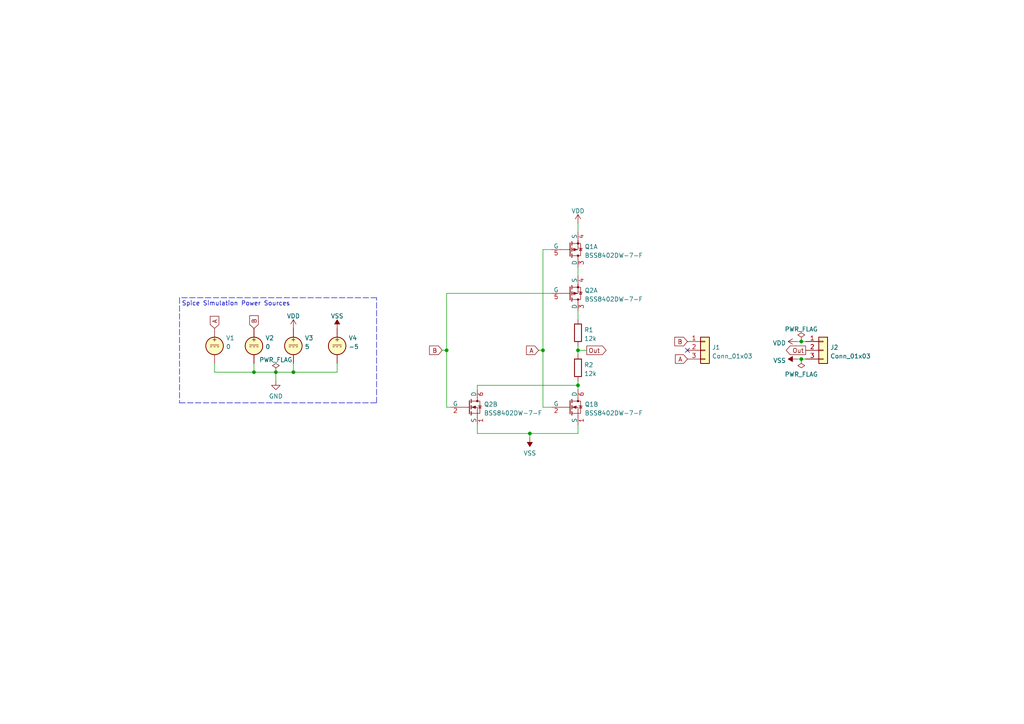
<source format=kicad_sch>
(kicad_sch (version 20250114) (generator "eeschema") (generator_version "9.0")
  (paper "A4")
  (title_block (title "Balanced Ternary Antimax Gate") (date "2022-08-05") (rev "0"))
  (lib_symbols
    (symbol "Connector_Generic:Conn_01x03" (pin_names (offset 1.016) (hide yes))
      (property "Reference" "J" (at 0 5.08 0))
      (property "Value" "Conn_01x03" (at 0 -5.08 0))
      (symbol "Conn_01x03_1_1"
        (rectangle (start -1.27 3.81) (end 1.27 -3.81) (stroke (width 0.254)) (fill (type background)))
        (rectangle (start -1.27 2.667) (end 0 2.413) (stroke (width 0.1524)))
        (rectangle (start -1.27 0.127) (end 0 -0.127) (stroke (width 0.1524)))
        (rectangle (start -1.27 -2.413) (end 0 -2.667) (stroke (width 0.1524)))
        (pin passive line (at -5.08 2.54 0) (length 3.81) (name "Pin_1") (number "1"))
        (pin passive line (at -5.08 0 0) (length 3.81) (name "Pin_2") (number "2"))
        (pin passive line (at -5.08 -2.54 0) (length 3.81) (name "Pin_3") (number "3"))
      )
    )
    (symbol "Device:R" (pin_numbers (hide yes)) (pin_names (offset 0))
      (property "Reference" "R" (at 2.032 0 90))
      (property "Value" "R" (at 0 0 90))
      (symbol "R_0_1"
        (rectangle (start -1.016 -2.54) (end 1.016 2.54) (stroke (width 0.254)))
      )
      (symbol "R_1_1"
        (pin passive line (at 0 3.81 270) (length 1.27) (name "~") (number "1"))
        (pin passive line (at 0 -3.81 90) (length 1.27) (name "~") (number "2"))
      )
    )
    (symbol "Simulation_SPICE:VDC" (pin_numbers (hide yes)) (pin_names (offset 0.0254))
      (property "Reference" "V" (at 2.54 2.54 0))
      (property "Value" "VDC" (at 2.54 0 0))
      (property "Spice_Model" "dc(1)" (at 2.54 -2.54 0))
      (symbol "VDC_0_0"
        (polyline (pts (xy -1.27 0.254) (xy 1.27 0.254)))
        (polyline (pts (xy -0.762 -0.254) (xy -1.27 -0.254)))
        (polyline (pts (xy 0.254 -0.254) (xy -0.254 -0.254)))
        (polyline (pts (xy 1.27 -0.254) (xy 0.762 -0.254)))
        (text "+" (at 0 1.905 0) (effects (font (size 1.27 1.27))))
      )
      (symbol "VDC_0_1"
        (circle (center 0 0) (radius 2.54) (stroke (width 0.254)) (fill (type background)))
      )
      (symbol "VDC_1_1"
        (pin passive line (at 0 5.08 270) (length 2.54) (name "~") (number "1"))
        (pin passive line (at 0 -5.08 90) (length 2.54) (name "~") (number "2"))
      )
    )
    (symbol "Tritium:BSS8402DW-7-F" (pin_names (offset 0))
      (property "Reference" "Q" (at 2.54 1.27 0))
      (property "Value" "BSS8402DW-7-F" (at 2.54 -1.27 0))
      (symbol "BSS8402DW-7-F_0_1"
        (polyline (pts (xy -2.286 0) (xy -5.08 0)))
        (polyline (pts (xy -2.286 -1.905) (xy -2.286 1.905)) (stroke (width 0.254)))
        (polyline (pts (xy -1.778 1.27) (xy -1.778 2.286)) (stroke (width 0.254)))
        (polyline (pts (xy -1.778 -0.508) (xy -1.778 0.508)) (stroke (width 0.254)))
        (polyline (pts (xy -1.778 -1.778) (xy 0.762 -1.778) (xy 0.762 1.778) (xy -1.778 1.778)))
        (polyline (pts (xy -1.778 -2.286) (xy -1.778 -1.27)) (stroke (width 0.254)))
        (polyline (pts (xy 0 2.54) (xy 0 1.778)))
        (circle (center 0 1.778) (radius 0.254) (fill (type outline)))
        (polyline (pts (xy 0.254 0.508) (xy 0.381 0.381) (xy 1.143 0.381) (xy 1.27 0.254)))
        (polyline (pts (xy 0.762 0.381) (xy 0.381 -0.254) (xy 1.143 -0.254) (xy 0.762 0.381)))
      )
      (symbol "BSS8402DW-7-F_1_1"
        (polyline (pts (xy -0.254 0) (xy -1.27 -0.381) (xy -1.27 0.381) (xy -0.254 0)) (fill (type outline)))
        (polyline (pts (xy 0 2.54) (xy 0 0) (xy -1.778 0)))
        (circle (center 0 -1.778) (radius 0.254) (fill (type outline)))
        (polyline (pts (xy 0 -2.54) (xy 0 -1.778)))
        (pin input line (at -7.62 0 0) (length 2.54) (name "G") (number "5"))
        (pin passive line (at 0 5.08 270) (length 2.54) (name "S") (number "4"))
        (pin passive line (at 0 -5.08 90) (length 2.54) (name "D") (number "3"))
      )
      (symbol "BSS8402DW-7-F_2_1"
        (polyline (pts (xy -1.524 0) (xy -0.508 0.381) (xy -0.508 -0.381) (xy -1.524 0)) (fill (type outline)))
        (polyline (pts (xy 0 -2.54) (xy 0 0) (xy -1.778 0)))
        (pin input line (at -7.62 0 0) (length 2.54) (name "G") (number "2"))
        (pin passive line (at 0 5.08 270) (length 2.54) (name "D") (number "6"))
        (pin passive line (at 0 -5.08 90) (length 2.54) (name "S") (number "1"))
      )
    )
    (symbol "power:GND" (power) (pin_names (offset 0))
      (property "Value" "GND" (at 0 -3.81 0))
      (symbol "GND_0_1"
        (polyline (pts (xy 0 0) (xy 0 -1.27) (xy 1.27 -1.27) (xy 0 -2.54) (xy -1.27 -1.27) (xy 0 -1.27)))
      )
      (symbol "GND_1_1"
        (pin power_in line (at 0 0 270) (length 0) (hide yes) (name "GND") (number "1"))
      )
    )
    (symbol "power:PWR_FLAG" (power) (pin_numbers (hide yes)) (pin_names (offset 0) (hide yes))
      (property "Value" "PWR_FLAG" (at 0 3.81 0))
      (symbol "PWR_FLAG_0_0"
        (pin power_out line (at 0 0 90) (length 0) (name "pwr") (number "1"))
      )
      (symbol "PWR_FLAG_0_1"
        (polyline (pts (xy 0 0) (xy 0 1.27) (xy -1.016 1.905) (xy 0 2.54) (xy 1.016 1.905) (xy 0 1.27)))
      )
    )
    (symbol "power:VDD" (power) (pin_names (offset 0))
      (property "Value" "VDD" (at 0 3.81 0))
      (symbol "VDD_0_1"
        (polyline (pts (xy -0.762 1.27) (xy 0 2.54)))
        (polyline (pts (xy 0 2.54) (xy 0.762 1.27)))
        (polyline (pts (xy 0 0) (xy 0 2.54)))
      )
      (symbol "VDD_1_1"
        (pin power_in line (at 0 0 90) (length 0) (hide yes) (name "VDD") (number "1"))
      )
    )
    (symbol "power:VSS" (power) (pin_names (offset 0))
      (property "Value" "VSS" (at 0 3.81 0))
      (symbol "VSS_0_1"
        (polyline (pts (xy 0 0) (xy 0 2.54)))
        (polyline (pts (xy 0.762 1.27) (xy -0.762 1.27) (xy 0 2.54) (xy 0.762 1.27)) (fill (type outline)))
      )
      (symbol "VSS_1_1"
        (pin power_in line (at 0 0 90) (length 0) (hide yes) (name "VSS") (number "1"))
      )
    )
  )
  (text "Spice Simulation Power Sources" (at 52.705 88.9 0) (effects (font (size 1.27 1.27)) (justify left bottom)))
  (junction (at 153.67 125.73))
  (junction (at 167.64 111.76))
  (junction (at 129.54 101.6))
  (junction (at 80.01 107.95))
  (junction (at 167.64 101.6))
  (junction (at 73.66 107.95))
  (junction (at 157.48 101.6))
  (junction (at 85.09 107.95))
  (junction (at 232.41 104.14))
  (junction (at 232.41 99.06))
  (no_connect (at 199.39 101.6))
  (wire (pts (xy 157.48 118.11) (xy 157.48 101.6)))
  (wire (pts (xy 231.14 99.06) (xy 232.41 99.06)))
  (wire (pts (xy 85.09 105.41) (xy 85.09 107.95)))
  (wire (pts (xy 232.41 104.14) (xy 233.68 104.14)))
  (wire (pts (xy 80.01 107.95) (xy 80.01 110.49)))
  (wire (pts (xy 153.67 125.73) (xy 167.64 125.73)))
  (wire (pts (xy 231.14 104.14) (xy 232.41 104.14)))
  (wire (pts (xy 167.64 125.73) (xy 167.64 123.19)))
  (wire (pts (xy 73.66 105.41) (xy 73.66 107.95)))
  (wire (pts (xy 167.64 90.17) (xy 167.64 92.71)))
  (polyline (pts (xy 52.07 86.36) (xy 52.07 116.84)) (stroke (width 0) (type dash)))
  (wire (pts (xy 138.43 111.76) (xy 167.64 111.76)))
  (wire (pts (xy 167.64 111.76) (xy 167.64 113.03)))
  (polyline (pts (xy 109.22 86.36) (xy 52.07 86.36)) (stroke (width 0) (type dash)))
  (wire (pts (xy 97.79 107.95) (xy 97.79 105.41)))
  (polyline (pts (xy 52.07 116.84) (xy 80.01 116.84)) (stroke (width 0) (type dash)))
  (wire (pts (xy 80.01 107.95) (xy 85.09 107.95)))
  (wire (pts (xy 167.64 101.6) (xy 170.18 101.6)))
  (wire (pts (xy 156.21 101.6) (xy 157.48 101.6)))
  (wire (pts (xy 167.64 77.47) (xy 167.64 80.01)))
  (polyline (pts (xy 80.01 116.84) (xy 109.22 116.84)) (stroke (width 0) (type dash)))
  (wire (pts (xy 138.43 113.03) (xy 138.43 111.76)))
  (wire (pts (xy 167.64 111.76) (xy 167.64 110.49)))
  (wire (pts (xy 160.02 85.09) (xy 129.54 85.09)))
  (wire (pts (xy 138.43 123.19) (xy 138.43 125.73)))
  (wire (pts (xy 157.48 101.6) (xy 157.48 72.39)))
  (wire (pts (xy 138.43 125.73) (xy 153.67 125.73)))
  (wire (pts (xy 167.64 100.33) (xy 167.64 101.6)))
  (wire (pts (xy 73.66 107.95) (xy 80.01 107.95)))
  (wire (pts (xy 129.54 85.09) (xy 129.54 101.6)))
  (wire (pts (xy 153.67 125.73) (xy 153.67 127)))
  (wire (pts (xy 232.41 99.06) (xy 233.68 99.06)))
  (wire (pts (xy 167.64 101.6) (xy 167.64 102.87)))
  (wire (pts (xy 85.09 107.95) (xy 97.79 107.95)))
  (wire (pts (xy 129.54 118.11) (xy 130.81 118.11)))
  (wire (pts (xy 62.23 105.41) (xy 62.23 107.95)))
  (polyline (pts (xy 109.22 116.84) (xy 109.22 86.36)) (stroke (width 0) (type dash)))
  (wire (pts (xy 129.54 101.6) (xy 129.54 118.11)))
  (wire (pts (xy 157.48 72.39) (xy 160.02 72.39)))
  (wire (pts (xy 167.64 64.77) (xy 167.64 67.31)))
  (wire (pts (xy 160.02 118.11) (xy 157.48 118.11)))
  (wire (pts (xy 62.23 107.95) (xy 73.66 107.95)))
  (wire (pts (xy 128.27 101.6) (xy 129.54 101.6)))
  (global_label "A" (shape input) (at 199.39 104.14 180) (property "Intersheetrefs" "${INTERSHEET_REFS}" (effects (hide yes))))
  (global_label "B" (shape input) (at 199.39 99.06 180) (property "Intersheetrefs" "${INTERSHEET_REFS}" (effects (hide yes))))
  (global_label "A" (shape input) (at 156.21 101.6 180) (property "Intersheetrefs" "${INTERSHEET_REFS}" (effects (hide yes))))
  (global_label "Out" (shape output) (at 170.18 101.6 0) (property "Intersheetrefs" "${INTERSHEET_REFS}" (effects (hide yes))))
  (global_label "B" (shape input) (at 128.27 101.6 180) (property "Intersheetrefs" "${INTERSHEET_REFS}" (effects (hide yes))))
  (global_label "Out" (shape output) (at 233.68 101.6 180) (property "Intersheetrefs" "${INTERSHEET_REFS}" (effects (hide yes))))
  (global_label "A" (shape input) (at 62.23 95.25 90) (property "Intersheetrefs" "${INTERSHEET_REFS}" (effects (hide yes))))
  (global_label "B" (shape input) (at 73.66 95.25 90) (property "Intersheetrefs" "${INTERSHEET_REFS}" (effects (hide yes))))
  (symbol (lib_id "power:VDD") (at 231.14 99.06 90) (unit 1)
    (property "Reference" "#PWR06" (effects (hide yes)))
    (property "Value" "VDD" (at 227.965 99.4938 90) (effects (justify left)))
  )
  (symbol (lib_id "Simulation_SPICE:VDC") (at 97.79 100.33 0) (unit 1)
    (property "Reference" "V4" (at 101.092 98.0371 0) (effects (justify left)))
    (property "Value" "-5" (at 101.092 100.574 0) (effects (justify left)))
    (property "Sim.Device" "V" (effects (hide yes)))
    (property "Sim.Type" "DC" (effects (hide yes)))
    (property "Sim.Pins" "1=+ 2=-" (effects (hide yes)))
  )
  (symbol (lib_id "Simulation_SPICE:VDC") (at 73.66 100.33 0) (unit 1)
    (property "Reference" "V2" (at 76.962 98.0371 0) (effects (justify left)))
    (property "Value" "0" (at 76.962 100.574 0) (effects (justify left)))
    (property "Sim.Device" "V" (effects (hide yes)))
    (property "Sim.Type" "DC" (effects (hide yes)))
    (property "Sim.Pins" "1=+ 2=-" (effects (hide yes)))
  )
  (symbol (lib_id "Device:R") (at 167.64 96.52 0) (unit 1)
    (property "Reference" "R1" (at 169.418 95.6853 0) (effects (justify left)))
    (property "Value" "12k" (at 169.418 98.2222 0) (effects (justify left)))
    (property "Footprint" "Resistor_SMD:R_0603_1608Metric_Pad0.98x0.95mm_HandSolder" (effects (hide yes)))
  )
  (symbol (lib_id "Device:R") (at 167.64 106.68 0) (unit 1)
    (property "Reference" "R2" (at 169.418 105.8453 0) (effects (justify left)))
    (property "Value" "12k" (at 169.418 108.3822 0) (effects (justify left)))
    (property "Footprint" "Resistor_SMD:R_0603_1608Metric_Pad0.98x0.95mm_HandSolder" (effects (hide yes)))
  )
  (symbol (lib_id "power:PWR_FLAG") (at 232.41 99.06 0) (unit 1)
    (property "Reference" "#FLG02" (effects (hide yes)))
    (property "Value" "PWR_FLAG" (at 232.41 95.4842 0))
  )
  (symbol (lib_id "Tritium:BSS8402DW-7-F") (at 167.64 72.39 0) (unit 1)
    (property "Reference" "Q1" (at 169.545 71.5553 0) (effects (justify left)))
    (property "Value" "BSS8402DW-7-F" (at 169.545 74.0922 0) (effects (justify left)))
    (property "Footprint" "Package_TO_SOT_SMD:SOT-363_SC-70-6_Handsoldering" (effects (hide yes)))
    (property "Datasheet" "https://www.diodes.com/assets/Datasheets/ds30380.pdf" (effects (hide yes)))
    (property "Sim.Device" "SPICE" (effects (hide yes)))
    (property "Sim.Params" "type=\"X\" model=\"BSS8402DW\" lib=\"/lab/dev/tritium/library/TritiumSpice.lib\"" (effects (hide yes)))
    (property "Sim.Pins" "3=1 4=2 5=3" (effects (hide yes)))
  )
  (symbol (lib_id "Tritium:BSS8402DW-7-F") (at 167.64 85.09 0) (unit 1)
    (property "Reference" "Q2" (at 169.545 84.2553 0) (effects (justify left)))
    (property "Value" "BSS8402DW-7-F" (at 169.545 86.7922 0) (effects (justify left)))
    (property "Footprint" "Package_TO_SOT_SMD:SOT-363_SC-70-6_Handsoldering" (effects (hide yes)))
    (property "Datasheet" "https://www.diodes.com/assets/Datasheets/ds30380.pdf" (effects (hide yes)))
    (property "Sim.Device" "SPICE" (effects (hide yes)))
    (property "Sim.Params" "type=\"X\" model=\"BSS8402DW\" lib=\"/lab/dev/tritium/library/TritiumSpice.lib\"" (effects (hide yes)))
    (property "Sim.Pins" "3=1 4=2 5=3" (effects (hide yes)))
  )
  (symbol (lib_id "Connector_Generic:Conn_01x03") (at 204.47 101.6 0) (unit 1) (exclude_from_sim yes)
    (property "Reference" "J1" (at 206.502 100.7653 0) (effects (justify left)))
    (property "Value" "Conn_01x03" (at 206.502 103.3022 0) (effects (justify left)))
    (property "Footprint" "Tritium:PinHeader_1x03_P2.54mm_Vertical_NoSilkscreen" (effects (hide yes)))
    (property "Sim.Device" "SPICE" (effects (hide yes)))
    (property "Sim.Params" "type=\"J\" model=\"Conn_01x03\" lib=\"\"" (effects (hide yes)))
    (property "Sim.Pins" "1=1 2=2 3=3" (effects (hide yes)))
  )
  (symbol (lib_id "Connector_Generic:Conn_01x03") (at 238.76 101.6 0) (unit 1) (exclude_from_sim yes)
    (property "Reference" "J2" (at 240.792 100.7653 0) (effects (justify left)))
    (property "Value" "Conn_01x03" (at 240.792 103.3022 0) (effects (justify left)))
    (property "Footprint" "Tritium:PinHeader_1x03_P2.54mm_Vertical_NoSilkscreen" (effects (hide yes)))
    (property "Sim.Device" "SPICE" (effects (hide yes)))
    (property "Sim.Params" "type=\"J\" model=\"Conn_01x03\" lib=\"\"" (effects (hide yes)))
    (property "Sim.Pins" "1=1 2=2 3=3" (effects (hide yes)))
  )
  (symbol (lib_id "power:GND") (at 80.01 110.49 0) (unit 1)
    (property "Reference" "#PWR01" (effects (hide yes)))
    (property "Value" "GND" (at 80.01 114.9334 0))
  )
  (symbol (lib_id "power:VSS") (at 231.14 104.14 90) (unit 1)
    (property "Reference" "#PWR07" (effects (hide yes)))
    (property "Value" "VSS" (at 227.965 104.5738 90) (effects (justify left)))
  )
  (symbol (lib_id "power:VDD") (at 85.09 95.25 0) (unit 1)
    (property "Reference" "#PWR02" (effects (hide yes)))
    (property "Value" "VDD" (at 85.09 91.6742 0))
  )
  (symbol (lib_id "power:VSS") (at 97.79 95.25 0) (unit 1)
    (property "Reference" "#PWR03" (effects (hide yes)))
    (property "Value" "VSS" (at 97.79 91.6742 0))
  )
  (symbol (lib_id "Tritium:BSS8402DW-7-F") (at 167.64 118.11 0) (unit 2)
    (property "Reference" "Q1" (at 169.545 117.2753 0) (effects (justify left)))
    (property "Value" "BSS8402DW-7-F" (at 169.545 119.8122 0) (effects (justify left)))
    (property "Footprint" "Package_TO_SOT_SMD:SOT-363_SC-70-6_Handsoldering" (effects (hide yes)))
    (property "Datasheet" "https://www.diodes.com/assets/Datasheets/ds30380.pdf" (effects (hide yes)))
    (property "Sim.Device" "SPICE" (effects (hide yes)))
    (property "Sim.Params" "type=\"X\" model=\"BSS8402DW\" lib=\"/lab/dev/tritium/library/TritiumSpice.lib\"" (effects (hide yes)))
    (property "Sim.Pins" "1=1 2=2 6=3" (effects (hide yes)))
  )
  (symbol (lib_id "power:PWR_FLAG") (at 80.01 107.95 0) (unit 1)
    (property "Reference" "#FLG01" (effects (hide yes)))
    (property "Value" "PWR_FLAG" (at 80.01 104.3742 0))
  )
  (symbol (lib_id "power:VDD") (at 167.64 64.77 0) (unit 1)
    (property "Reference" "#PWR05" (effects (hide yes)))
    (property "Value" "VDD" (at 167.64 61.1942 0))
  )
  (symbol (lib_id "Simulation_SPICE:VDC") (at 62.23 100.33 0) (unit 1)
    (property "Reference" "V1" (at 65.532 98.0371 0) (effects (justify left)))
    (property "Value" "0" (at 65.532 100.574 0) (effects (justify left)))
    (property "Sim.Device" "V" (effects (hide yes)))
    (property "Sim.Type" "DC" (effects (hide yes)))
    (property "Sim.Pins" "1=+ 2=-" (effects (hide yes)))
  )
  (symbol (lib_id "Simulation_SPICE:VDC") (at 85.09 100.33 0) (unit 1)
    (property "Reference" "V3" (at 88.392 98.0371 0) (effects (justify left)))
    (property "Value" "5" (at 88.392 100.574 0) (effects (justify left)))
    (property "Sim.Device" "V" (effects (hide yes)))
    (property "Sim.Type" "DC" (effects (hide yes)))
    (property "Sim.Pins" "1=+ 2=-" (effects (hide yes)))
  )
  (symbol (lib_id "Tritium:BSS8402DW-7-F") (at 138.43 118.11 0) (unit 2)
    (property "Reference" "Q2" (at 140.335 117.2753 0) (effects (justify left)))
    (property "Value" "BSS8402DW-7-F" (at 140.335 119.8122 0) (effects (justify left)))
    (property "Footprint" "Package_TO_SOT_SMD:SOT-363_SC-70-6_Handsoldering" (effects (hide yes)))
    (property "Datasheet" "https://www.diodes.com/assets/Datasheets/ds30380.pdf" (effects (hide yes)))
    (property "Sim.Device" "SPICE" (effects (hide yes)))
    (property "Sim.Params" "type=\"X\" model=\"BSS8402DW\" lib=\"/lab/dev/tritium/library/TritiumSpice.lib\"" (effects (hide yes)))
    (property "Sim.Pins" "1=1 2=2 6=3" (effects (hide yes)))
  )
  (symbol (lib_id "power:VSS") (at 153.67 127 180) (unit 1)
    (property "Reference" "#PWR04" (effects (hide yes)))
    (property "Value" "VSS" (at 153.67 131.4434 0))
  )
  (symbol (lib_id "power:PWR_FLAG") (at 232.41 104.14 180) (unit 1)
    (property "Reference" "#FLG03" (effects (hide yes)))
    (property "Value" "PWR_FLAG" (at 232.41 108.5834 0))
  )
)
</source>
